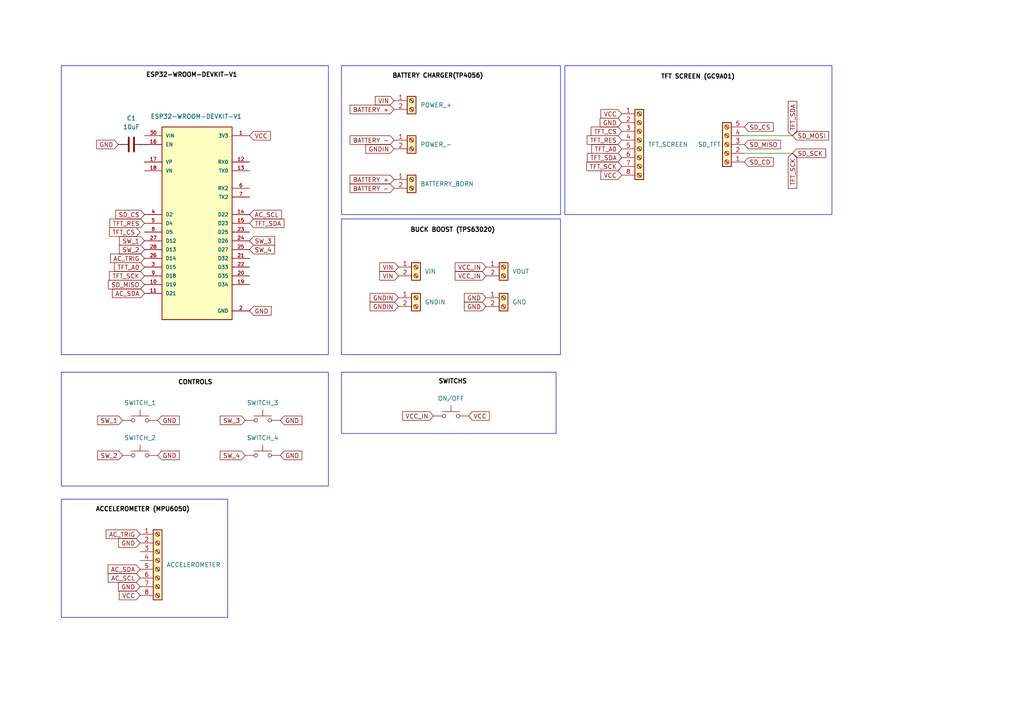
<source format=kicad_sch>
(kicad_sch (version 20250114) (generator "eeschema") (generator_version "9.0")
  (paper "A4")
  (lib_symbols
    (symbol "Connector:Screw_Terminal_01x02" (pin_names (offset 1.016) (hide yes))
      (property "Reference" "J" (at 0 2.54 0))
      (property "Value" "Screw_Terminal_01x02" (at 0 -5.08 0))
      (symbol "Screw_Terminal_01x02_1_1"
        (rectangle (start -1.27 1.27) (end 1.27 -3.81) (stroke (width 0.254)) (fill (type background)))
        (polyline (pts (xy -0.5334 0.3302) (xy 0.3302 -0.508)) (stroke (width 0.1524)))
        (polyline (pts (xy -0.5334 -2.2098) (xy 0.3302 -3.048)) (stroke (width 0.1524)))
        (polyline (pts (xy -0.3556 0.508) (xy 0.508 -0.3302)) (stroke (width 0.1524)))
        (polyline (pts (xy -0.3556 -2.032) (xy 0.508 -2.8702)) (stroke (width 0.1524)))
        (circle (center 0 0) (radius 0.635) (stroke (width 0.1524)))
        (circle (center 0 -2.54) (radius 0.635) (stroke (width 0.1524)))
        (pin passive line (at -5.08 0 0) (length 3.81) (name "Pin_1") (number "1"))
        (pin passive line (at -5.08 -2.54 0) (length 3.81) (name "Pin_2") (number "2"))
      )
    )
    (symbol "Connector:Screw_Terminal_01x05" (pin_names (offset 1.016) (hide yes))
      (property "Reference" "J" (at 0 7.62 0))
      (property "Value" "Screw_Terminal_01x05" (at 0 -7.62 0))
      (symbol "Screw_Terminal_01x05_1_1"
        (rectangle (start -1.27 6.35) (end 1.27 -6.35) (stroke (width 0.254)) (fill (type background)))
        (polyline (pts (xy -0.5334 5.4102) (xy 0.3302 4.572)) (stroke (width 0.1524)))
        (polyline (pts (xy -0.5334 2.8702) (xy 0.3302 2.032)) (stroke (width 0.1524)))
        (polyline (pts (xy -0.5334 0.3302) (xy 0.3302 -0.508)) (stroke (width 0.1524)))
        (polyline (pts (xy -0.5334 -2.2098) (xy 0.3302 -3.048)) (stroke (width 0.1524)))
        (polyline (pts (xy -0.5334 -4.7498) (xy 0.3302 -5.588)) (stroke (width 0.1524)))
        (polyline (pts (xy -0.3556 5.588) (xy 0.508 4.7498)) (stroke (width 0.1524)))
        (polyline (pts (xy -0.3556 3.048) (xy 0.508 2.2098)) (stroke (width 0.1524)))
        (polyline (pts (xy -0.3556 0.508) (xy 0.508 -0.3302)) (stroke (width 0.1524)))
        (polyline (pts (xy -0.3556 -2.032) (xy 0.508 -2.8702)) (stroke (width 0.1524)))
        (polyline (pts (xy -0.3556 -4.572) (xy 0.508 -5.4102)) (stroke (width 0.1524)))
        (circle (center 0 5.08) (radius 0.635) (stroke (width 0.1524)))
        (circle (center 0 2.54) (radius 0.635) (stroke (width 0.1524)))
        (circle (center 0 0) (radius 0.635) (stroke (width 0.1524)))
        (circle (center 0 -2.54) (radius 0.635) (stroke (width 0.1524)))
        (circle (center 0 -5.08) (radius 0.635) (stroke (width 0.1524)))
        (pin passive line (at -5.08 5.08 0) (length 3.81) (name "Pin_1") (number "1"))
        (pin passive line (at -5.08 2.54 0) (length 3.81) (name "Pin_2") (number "2"))
        (pin passive line (at -5.08 0 0) (length 3.81) (name "Pin_3") (number "3"))
        (pin passive line (at -5.08 -2.54 0) (length 3.81) (name "Pin_4") (number "4"))
        (pin passive line (at -5.08 -5.08 0) (length 3.81) (name "Pin_5") (number "5"))
      )
    )
    (symbol "Connector:Screw_Terminal_01x08" (pin_names (offset 1.016) (hide yes))
      (property "Reference" "J" (at 0 10.16 0))
      (property "Value" "Screw_Terminal_01x08" (at 0 -12.7 0))
      (symbol "Screw_Terminal_01x08_1_1"
        (rectangle (start -1.27 8.89) (end 1.27 -11.43) (stroke (width 0.254)) (fill (type background)))
        (polyline (pts (xy -0.5334 7.9502) (xy 0.3302 7.112)) (stroke (width 0.1524)))
        (polyline (pts (xy -0.5334 5.4102) (xy 0.3302 4.572)) (stroke (width 0.1524)))
        (polyline (pts (xy -0.5334 2.8702) (xy 0.3302 2.032)) (stroke (width 0.1524)))
        (polyline (pts (xy -0.5334 0.3302) (xy 0.3302 -0.508)) (stroke (width 0.1524)))
        (polyline (pts (xy -0.5334 -2.2098) (xy 0.3302 -3.048)) (stroke (width 0.1524)))
        (polyline (pts (xy -0.5334 -4.7498) (xy 0.3302 -5.588)) (stroke (width 0.1524)))
        (polyline (pts (xy -0.5334 -7.2898) (xy 0.3302 -8.128)) (stroke (width 0.1524)))
        (polyline (pts (xy -0.5334 -9.8298) (xy 0.3302 -10.668)) (stroke (width 0.1524)))
        (polyline (pts (xy -0.3556 8.128) (xy 0.508 7.2898)) (stroke (width 0.1524)))
        (polyline (pts (xy -0.3556 5.588) (xy 0.508 4.7498)) (stroke (width 0.1524)))
        (polyline (pts (xy -0.3556 3.048) (xy 0.508 2.2098)) (stroke (width 0.1524)))
        (polyline (pts (xy -0.3556 0.508) (xy 0.508 -0.3302)) (stroke (width 0.1524)))
        (polyline (pts (xy -0.3556 -2.032) (xy 0.508 -2.8702)) (stroke (width 0.1524)))
        (polyline (pts (xy -0.3556 -4.572) (xy 0.508 -5.4102)) (stroke (width 0.1524)))
        (polyline (pts (xy -0.3556 -7.112) (xy 0.508 -7.9502)) (stroke (width 0.1524)))
        (polyline (pts (xy -0.3556 -9.652) (xy 0.508 -10.4902)) (stroke (width 0.1524)))
        (circle (center 0 7.62) (radius 0.635) (stroke (width 0.1524)))
        (circle (center 0 5.08) (radius 0.635) (stroke (width 0.1524)))
        (circle (center 0 2.54) (radius 0.635) (stroke (width 0.1524)))
        (circle (center 0 0) (radius 0.635) (stroke (width 0.1524)))
        (circle (center 0 -2.54) (radius 0.635) (stroke (width 0.1524)))
        (circle (center 0 -5.08) (radius 0.635) (stroke (width 0.1524)))
        (circle (center 0 -7.62) (radius 0.635) (stroke (width 0.1524)))
        (circle (center 0 -10.16) (radius 0.635) (stroke (width 0.1524)))
        (pin passive line (at -5.08 7.62 0) (length 3.81) (name "Pin_1") (number "1"))
        (pin passive line (at -5.08 5.08 0) (length 3.81) (name "Pin_2") (number "2"))
        (pin passive line (at -5.08 2.54 0) (length 3.81) (name "Pin_3") (number "3"))
        (pin passive line (at -5.08 0 0) (length 3.81) (name "Pin_4") (number "4"))
        (pin passive line (at -5.08 -2.54 0) (length 3.81) (name "Pin_5") (number "5"))
        (pin passive line (at -5.08 -5.08 0) (length 3.81) (name "Pin_6") (number "6"))
        (pin passive line (at -5.08 -7.62 0) (length 3.81) (name "Pin_7") (number "7"))
        (pin passive line (at -5.08 -10.16 0) (length 3.81) (name "Pin_8") (number "8"))
      )
    )
    (symbol "Device:C" (pin_numbers (hide yes)) (pin_names (offset 0.254))
      (property "Reference" "C" (at 0.635 2.54 0))
      (property "Value" "C" (at 0.635 -2.54 0))
      (symbol "C_0_1"
        (polyline (pts (xy -2.032 0.762) (xy 2.032 0.762)) (stroke (width 0.508)))
        (polyline (pts (xy -2.032 -0.762) (xy 2.032 -0.762)) (stroke (width 0.508)))
      )
      (symbol "C_1_1"
        (pin passive line (at 0 3.81 270) (length 2.794) (name "~") (number "1"))
        (pin passive line (at 0 -3.81 90) (length 2.794) (name "~") (number "2"))
      )
    )
    (symbol "ESP32-DEVKIT-V1:ESP32-DEVKIT-V1" (pin_names (offset 1.016))
      (property "Reference" "U" (at -10.16 30.48 0))
      (property "Value" "ESP32-DEVKIT-V1" (at -10.16 -30.48 0))
      (symbol "ESP32-DEVKIT-V1_0_0"
        (rectangle (start -10.16 -27.94) (end 10.16 27.94) (stroke (width 0.254)) (fill (type background)))
        (pin input line (at -15.24 25.4 0) (length 5.08) (name "VIN") (number "30"))
        (pin input line (at -15.24 22.86 0) (length 5.08) (name "EN") (number "16"))
        (pin bidirectional line (at -15.24 17.78 0) (length 5.08) (name "VP") (number "17"))
        (pin bidirectional line (at -15.24 15.24 0) (length 5.08) (name "VN") (number "18"))
        (pin bidirectional line (at -15.24 2.54 0) (length 5.08) (name "D2") (number "4"))
        (pin bidirectional line (at -15.24 0 0) (length 5.08) (name "D4") (number "5"))
        (pin bidirectional line (at -15.24 -2.54 0) (length 5.08) (name "D5") (number "8"))
        (pin bidirectional line (at -15.24 -5.08 0) (length 5.08) (name "D12") (number "27"))
        (pin bidirectional line (at -15.24 -7.62 0) (length 5.08) (name "D13") (number "28"))
        (pin bidirectional line (at -15.24 -10.16 0) (length 5.08) (name "D14") (number "26"))
        (pin bidirectional line (at -15.24 -12.7 0) (length 5.08) (name "D15") (number "3"))
        (pin bidirectional line (at -15.24 -15.24 0) (length 5.08) (name "D18") (number "9"))
        (pin bidirectional line (at -15.24 -17.78 0) (length 5.08) (name "D19") (number "10"))
        (pin bidirectional line (at -15.24 -20.32 0) (length 5.08) (name "D21") (number "11"))
        (pin output line (at 15.24 25.4 180) (length 5.08) (name "3V3") (number "1"))
        (pin input line (at 15.24 17.78 180) (length 5.08) (name "RX0") (number "12"))
        (pin output line (at 15.24 15.24 180) (length 5.08) (name "TX0") (number "13"))
        (pin input line (at 15.24 10.16 180) (length 5.08) (name "RX2") (number "6"))
        (pin output line (at 15.24 7.62 180) (length 5.08) (name "TX2") (number "7"))
        (pin bidirectional line (at 15.24 2.54 180) (length 5.08) (name "D22") (number "14"))
        (pin bidirectional line (at 15.24 0 180) (length 5.08) (name "D23") (number "15"))
        (pin bidirectional line (at 15.24 -2.54 180) (length 5.08) (name "D25") (number "23"))
        (pin bidirectional line (at 15.24 -5.08 180) (length 5.08) (name "D26") (number "24"))
        (pin bidirectional line (at 15.24 -7.62 180) (length 5.08) (name "D27") (number "25"))
        (pin bidirectional line (at 15.24 -10.16 180) (length 5.08) (name "D32") (number "21"))
        (pin bidirectional line (at 15.24 -12.7 180) (length 5.08) (name "D33") (number "22"))
        (pin bidirectional line (at 15.24 -15.24 180) (length 5.08) (name "D35") (number "20"))
        (pin bidirectional line (at 15.24 -17.78 180) (length 5.08) (name "D34") (number "19"))
        (pin power_in line (at 15.24 -25.4 180) (length 5.08) (name "GND") (number "2"))
        (pin power_in line (at 15.24 -25.4 180) (length 5.08) (hide yes) (name "GND") (number "29"))
      )
    )
    (symbol "Switch:SW_Push" (pin_numbers (hide yes)) (pin_names (offset 1.016) (hide yes))
      (property "Reference" "SW" (at 1.27 2.54 0))
      (property "Value" "SW_Push" (at 0 -1.524 0))
      (symbol "SW_Push_0_1"
        (circle (center -2.032 0) (radius 0.508))
        (polyline (pts (xy 0 1.27) (xy 0 3.048)))
        (circle (center 2.032 0) (radius 0.508))
        (polyline (pts (xy 2.54 1.27) (xy -2.54 1.27)))
        (pin passive line (at -5.08 0 0) (length 2.54) (name "1") (number "1"))
        (pin passive line (at 5.08 0 180) (length 2.54) (name "2") (number "2"))
      )
    )
  )
  (rectangle (start 163.83 19.05) (end 241.3 62.23))
  (rectangle (start 17.78 19.05) (end 95.25 102.87))
  (rectangle (start 17.78 107.95) (end 95.25 140.97))
  (rectangle (start 17.78 144.78) (end 66.04 179.07))
  (rectangle (start 99.06 107.95) (end 161.29 125.73))
  (rectangle (start 99.06 19.05) (end 162.56 62.23))
  (rectangle (start 99.06 63.5) (end 162.56 102.87))
  (text "CONTROLS" (at 56.642 110.998 0) (effects (font (size 1.27 1.27) (thickness 0.254) (bold yes))))
  (text "ACCELEROMETER (MPU6050)\n" (at 41.402 147.828 0) (effects (font (size 1.27 1.27) (thickness 0.254) (bold yes))))
  (text "SWITCHS\n" (at 131.318 110.744 0) (effects (font (size 1.27 1.27) (thickness 0.254) (bold yes))))
  (text "TFT SCREEN (GC9A01)\n" (at 202.438 22.352 0) (effects (font (size 1.27 1.27) (thickness 0.254) (bold yes))))
  (text "BUCK BOOST (TPS63020)" (at 131.318 66.802 0) (effects (font (size 1.27 1.27) (thickness 0.254) (bold yes))))
  (text "ESP32-WROOM-DEVKIT-V1" (at 55.626 21.844 0) (effects (font (size 1.27 1.27) (thickness 0.254) (bold yes))))
  (text "BATTERY CHARGER(TP4056)" (at 127 22.098 0) (effects (font (size 1.27 1.27) (thickness 0.254) (bold yes))))
  (wire (pts (xy 229.87 44.45) (xy 215.9 44.45)))
  (wire (pts (xy 229.87 39.37) (xy 215.9 39.37)))
  (global_label "TFT_SCK" (shape input) (at 41.91 80.01 180) (property "Intersheetrefs" "${INTERSHEET_REFS}" (effects (hide yes))))
  (global_label "VIN" (shape input) (at 114.3 29.21 180) (property "Intersheetrefs" "${INTERSHEET_REFS}" (effects (hide yes))))
  (global_label "GNDIN" (shape input) (at 114.3 43.18 180) (property "Intersheetrefs" "${INTERSHEET_REFS}" (effects (hide yes))))
  (global_label "AC_SCL" (shape input) (at 40.64 167.64 180) (property "Intersheetrefs" "${INTERSHEET_REFS}" (effects (hide yes))))
  (global_label "SW_2" (shape input) (at 41.91 72.39 180) (property "Intersheetrefs" "${INTERSHEET_REFS}" (effects (hide yes))))
  (global_label "VCC" (shape input) (at 72.39 39.37 0) (property "Intersheetrefs" "${INTERSHEET_REFS}" (effects (hide yes))))
  (global_label "BATTERY -" (shape input) (at 114.3 54.61 180) (property "Intersheetrefs" "${INTERSHEET_REFS}" (effects (hide yes))))
  (global_label "VCC" (shape input) (at 40.64 172.72 180) (property "Intersheetrefs" "${INTERSHEET_REFS}" (effects (hide yes))))
  (global_label "TFT_SCK" (shape input) (at 229.87 44.45 270) (property "Intersheetrefs" "${INTERSHEET_REFS}" (effects (hide yes))))
  (global_label "SD_SCK" (shape input) (at 229.87 44.45 0) (property "Intersheetrefs" "${INTERSHEET_REFS}" (effects (hide yes))))
  (global_label "GND" (shape input) (at 81.28 132.08 0) (property "Intersheetrefs" "${INTERSHEET_REFS}" (effects (hide yes))))
  (global_label "TFT_SCK" (shape input) (at 180.34 48.26 180) (property "Intersheetrefs" "${INTERSHEET_REFS}" (effects (hide yes))))
  (global_label "TFT_SDA" (shape input) (at 229.87 39.37 90) (property "Intersheetrefs" "${INTERSHEET_REFS}" (effects (hide yes))))
  (global_label "GND" (shape input) (at 180.34 35.56 180) (property "Intersheetrefs" "${INTERSHEET_REFS}" (effects (hide yes))))
  (global_label "VCC_IN" (shape input) (at 140.97 80.01 180) (property "Intersheetrefs" "${INTERSHEET_REFS}" (effects (hide yes))))
  (global_label "SD_CD" (shape input) (at 215.9 46.99 0) (property "Intersheetrefs" "${INTERSHEET_REFS}" (effects (hide yes))))
  (global_label "TFT_RES" (shape input) (at 41.91 64.77 180) (property "Intersheetrefs" "${INTERSHEET_REFS}" (effects (hide yes))))
  (global_label "SW_4" (shape input) (at 72.39 72.39 0) (property "Intersheetrefs" "${INTERSHEET_REFS}" (effects (hide yes))))
  (global_label "TFT_CS" (shape input) (at 180.34 38.1 180) (property "Intersheetrefs" "${INTERSHEET_REFS}" (effects (hide yes))))
  (global_label "TFT_A0" (shape input) (at 41.91 77.47 180) (property "Intersheetrefs" "${INTERSHEET_REFS}" (effects (hide yes))))
  (global_label "SW_1" (shape input) (at 35.56 121.92 180) (property "Intersheetrefs" "${INTERSHEET_REFS}" (effects (hide yes))))
  (global_label "VCC_IN" (shape input) (at 125.73 120.65 180) (property "Intersheetrefs" "${INTERSHEET_REFS}" (effects (hide yes))))
  (global_label "VCC" (shape input) (at 135.89 120.65 0) (property "Intersheetrefs" "${INTERSHEET_REFS}" (effects (hide yes))))
  (global_label "SD_MISO" (shape input) (at 215.9 41.91 0) (property "Intersheetrefs" "${INTERSHEET_REFS}" (effects (hide yes))))
  (global_label "SW_1" (shape input) (at 41.91 69.85 180) (property "Intersheetrefs" "${INTERSHEET_REFS}" (effects (hide yes))))
  (global_label "TFT_CS" (shape input) (at 40.64 67.31 180) (property "Intersheetrefs" "${INTERSHEET_REFS}" (effects (hide yes))))
  (global_label "AC_TRIG" (shape input) (at 41.91 74.93 180) (property "Intersheetrefs" "${INTERSHEET_REFS}" (effects (hide yes))))
  (global_label "GND" (shape input) (at 140.97 86.36 180) (property "Intersheetrefs" "${INTERSHEET_REFS}" (effects (hide yes))))
  (global_label "BATTERY +" (shape input) (at 114.3 31.75 180) (property "Intersheetrefs" "${INTERSHEET_REFS}" (effects (hide yes))))
  (global_label "TFT_SDA" (shape input) (at 180.34 45.72 180) (property "Intersheetrefs" "${INTERSHEET_REFS}" (effects (hide yes))))
  (global_label "VCC" (shape input) (at 180.34 33.02 180) (property "Intersheetrefs" "${INTERSHEET_REFS}" (effects (hide yes))))
  (global_label "SW_3" (shape input) (at 71.12 121.92 180) (property "Intersheetrefs" "${INTERSHEET_REFS}" (effects (hide yes))))
  (global_label "GND" (shape input) (at 45.72 132.08 0) (property "Intersheetrefs" "${INTERSHEET_REFS}" (effects (hide yes))))
  (global_label "AC_TRIG" (shape input) (at 40.64 154.94 180) (property "Intersheetrefs" "${INTERSHEET_REFS}" (effects (hide yes))))
  (global_label "BATTERY +" (shape input) (at 114.3 52.07 180) (property "Intersheetrefs" "${INTERSHEET_REFS}" (effects (hide yes))))
  (global_label "TFT_SDA" (shape input) (at 72.39 64.77 0) (property "Intersheetrefs" "${INTERSHEET_REFS}" (effects (hide yes))))
  (global_label "VIN" (shape input) (at 115.57 80.01 180) (property "Intersheetrefs" "${INTERSHEET_REFS}" (effects (hide yes))))
  (global_label "SD_MOSI" (shape input) (at 229.87 39.37 0) (property "Intersheetrefs" "${INTERSHEET_REFS}" (effects (hide yes))))
  (global_label "GND" (shape input) (at 72.39 90.17 0) (property "Intersheetrefs" "${INTERSHEET_REFS}" (effects (hide yes))))
  (global_label "SD_CS" (shape input) (at 215.9 36.83 0) (property "Intersheetrefs" "${INTERSHEET_REFS}" (effects (hide yes))))
  (global_label "GND" (shape input) (at 34.29 41.91 180) (property "Intersheetrefs" "${INTERSHEET_REFS}" (effects (hide yes))))
  (global_label "GND" (shape input) (at 140.97 88.9 180) (property "Intersheetrefs" "${INTERSHEET_REFS}" (effects (hide yes))))
  (global_label "GND" (shape input) (at 40.64 157.48 180) (property "Intersheetrefs" "${INTERSHEET_REFS}" (effects (hide yes))))
  (global_label "GNDIN" (shape input) (at 115.57 86.36 180) (property "Intersheetrefs" "${INTERSHEET_REFS}" (effects (hide yes))))
  (global_label "VCC" (shape input) (at 180.34 50.8 180) (property "Intersheetrefs" "${INTERSHEET_REFS}" (effects (hide yes))))
  (global_label "SD_CS" (shape input) (at 41.91 62.23 180) (property "Intersheetrefs" "${INTERSHEET_REFS}" (effects (hide yes))))
  (global_label "TFT_A0" (shape input) (at 180.34 43.18 180) (property "Intersheetrefs" "${INTERSHEET_REFS}" (effects (hide yes))))
  (global_label "VCC_IN" (shape input) (at 140.97 77.47 180) (property "Intersheetrefs" "${INTERSHEET_REFS}" (effects (hide yes))))
  (global_label "GND" (shape input) (at 45.72 121.92 0) (property "Intersheetrefs" "${INTERSHEET_REFS}" (effects (hide yes))))
  (global_label "VIN" (shape input) (at 115.57 77.47 180) (property "Intersheetrefs" "${INTERSHEET_REFS}" (effects (hide yes))))
  (global_label "GND" (shape input) (at 81.28 121.92 0) (property "Intersheetrefs" "${INTERSHEET_REFS}" (effects (hide yes))))
  (global_label "SW_4" (shape input) (at 71.12 132.08 180) (property "Intersheetrefs" "${INTERSHEET_REFS}" (effects (hide yes))))
  (global_label "SW_2" (shape input) (at 35.56 132.08 180) (property "Intersheetrefs" "${INTERSHEET_REFS}" (effects (hide yes))))
  (global_label "TFT_RES" (shape input) (at 180.34 40.64 180) (property "Intersheetrefs" "${INTERSHEET_REFS}" (effects (hide yes))))
  (global_label "AC_SDA" (shape input) (at 41.91 85.09 180) (property "Intersheetrefs" "${INTERSHEET_REFS}" (effects (hide yes))))
  (global_label "GNDIN" (shape input) (at 115.57 88.9 180) (property "Intersheetrefs" "${INTERSHEET_REFS}" (effects (hide yes))))
  (global_label "SD_MISO" (shape input) (at 41.91 82.55 180) (property "Intersheetrefs" "${INTERSHEET_REFS}" (effects (hide yes))))
  (global_label "SW_3" (shape input) (at 72.39 69.85 0) (property "Intersheetrefs" "${INTERSHEET_REFS}" (effects (hide yes))))
  (global_label "AC_SDA" (shape input) (at 40.64 165.1 180) (property "Intersheetrefs" "${INTERSHEET_REFS}" (effects (hide yes))))
  (global_label "BATTERY -" (shape input) (at 114.3 40.64 180) (property "Intersheetrefs" "${INTERSHEET_REFS}" (effects (hide yes))))
  (global_label "GND" (shape input) (at 40.64 170.18 180) (property "Intersheetrefs" "${INTERSHEET_REFS}" (effects (hide yes))))
  (global_label "AC_SCL" (shape input) (at 72.39 62.23 0) (property "Intersheetrefs" "${INTERSHEET_REFS}" (effects (hide yes))))
  (symbol (lib_id "Connector:Screw_Terminal_01x02") (at 146.05 77.47 0) (unit 1)
    (property "Reference" "VOUT" (at 148.59 78.7399 0) (effects (justify left)))
    (property "Value" "Screw_Terminal_01x02" (effects (hide yes)))
    (property "Description" "Generic screw terminal, single row, 01x02, script generated (kicad-library-utils/schlib/autogen/connector/)" (effects (hide yes)))
  )
  (symbol (lib_id "Connector:Screw_Terminal_01x02") (at 120.65 77.47 0) (unit 1)
    (property "Reference" "VIN" (at 123.19 78.7399 0) (effects (justify left)))
    (property "Value" "Screw_Terminal_01x02" (effects (hide yes)))
    (property "Description" "Generic screw terminal, single row, 01x02, script generated (kicad-library-utils/schlib/autogen/connector/)" (effects (hide yes)))
  )
  (symbol (lib_id "Connector:Screw_Terminal_01x02") (at 146.05 86.36 0) (unit 1)
    (property "Reference" "GND" (at 148.59 87.6299 0) (effects (justify left)))
    (property "Value" "Screw_Terminal_01x02" (effects (hide yes)))
    (property "Description" "Generic screw terminal, single row, 01x02, script generated (kicad-library-utils/schlib/autogen/connector/)" (effects (hide yes)))
  )
  (symbol (lib_id "Switch:SW_Push") (at 40.64 132.08 0) (unit 1)
    (property "Reference" "SWITCH_2" (at 40.64 127 0))
    (property "Value" "BOTÃO_2" (effects (hide yes)))
    (property "Description" "Push button switch, generic, two pins" (effects (hide yes)))
  )
  (symbol (lib_id "ESP32-DEVKIT-V1:ESP32-DEVKIT-V1") (at 57.15 64.77 0) (unit 1)
    (property "Reference" "ESP32-WROOM-DEVKIT-V1" (at 56.896 33.782 0))
    (property "Value" "ESP32-DEVKIT-V1" (effects (hide yes)))
    (property "Footprint" "ESP32-DEVKIT-V1:MODULE_ESP32_DEVKIT_V1" (effects (hide yes)))
    (property "MF" "Do it" (effects (hide yes)))
    (property "MAXIMUM_PACKAGE_HEIGHT" "6.8 mm" (effects (hide yes)))
    (property "Package" "None" (effects (hide yes)))
    (property "Price" "None" (effects (hide yes)))
    (property "Check_prices" "https://www.snapeda.com/parts/ESP32-DEVKIT-V1/Do+it/view-part/?ref=eda" (effects (hide yes)))
    (property "STANDARD" "Manufacturer Recommendations" (effects (hide yes)))
    (property "PARTREV" "N/A" (effects (hide yes)))
    (property "SnapEDA_Link" "https://www.snapeda.com/parts/ESP32-DEVKIT-V1/Do+it/view-part/?ref=snap" (effects (hide yes)))
    (property "MP" "ESP32-DEVKIT-V1" (effects (hide yes)))
    (property "Description_1" "Dual core, Wi-Fi: 2.4 GHz up to 150 Mbits/s,BLE (Bluetooth Low Energy) and legacy Bluetooth, 32 bits, Up to 240 MHz" (effects (hide yes)))
    (property "Availability" "Not in stock" (effects (hide yes)))
    (property "MANUFACTURER" "DOIT" (effects (hide yes)))
  )
  (symbol (lib_id "Connector:Screw_Terminal_01x08") (at 45.72 162.56 0) (unit 1)
    (property "Reference" "ACCELEROMETER" (at 48.26 163.8299 0) (effects (justify left)))
    (property "Value" "ACELERÔMETRO" (effects (hide yes)))
    (property "Description" "Generic screw terminal, single row, 01x08, script generated (kicad-library-utils/schlib/autogen/connector/)" (effects (hide yes)))
  )
  (symbol (lib_id "Switch:SW_Push") (at 40.64 121.92 0) (unit 1)
    (property "Reference" "SWITCH_1" (at 40.64 116.84 0))
    (property "Value" "BOTÃO_1" (effects (hide yes)))
    (property "Description" "Push button switch, generic, two pins" (effects (hide yes)))
  )
  (symbol (lib_id "Connector:Screw_Terminal_01x05") (at 210.82 41.91 180) (unit 1)
    (property "Reference" "SD_TFT" (at 205.74 41.91 0))
    (property "Value" "Screw_Terminal_01x05" (effects (hide yes)))
    (property "Description" "Generic screw terminal, single row, 01x05, script generated (kicad-library-utils/schlib/autogen/connector/)" (effects (hide yes)))
  )
  (symbol (lib_id "Switch:SW_Push") (at 76.2 121.92 0) (unit 1)
    (property "Reference" "SWITCH_3" (at 76.2 116.84 0))
    (property "Value" "BOTÃO_3" (effects (hide yes)))
    (property "Description" "Push button switch, generic, two pins" (effects (hide yes)))
  )
  (symbol (lib_id "Switch:SW_Push") (at 76.2 132.08 0) (unit 1)
    (property "Reference" "SWITCH_4" (at 76.2 127 0))
    (property "Value" "BOTÃO_4" (effects (hide yes)))
    (property "Description" "Push button switch, generic, two pins" (effects (hide yes)))
  )
  (symbol (lib_id "Connector:Screw_Terminal_01x02") (at 120.65 86.36 0) (unit 1)
    (property "Reference" "GNDIN" (at 123.19 87.6299 0) (effects (justify left)))
    (property "Value" "Screw_Terminal_01x02" (effects (hide yes)))
    (property "Description" "Generic screw terminal, single row, 01x02, script generated (kicad-library-utils/schlib/autogen/connector/)" (effects (hide yes)))
  )
  (symbol (lib_id "Connector:Screw_Terminal_01x02") (at 119.38 40.64 0) (unit 1)
    (property "Reference" "POWER_-" (at 121.92 41.9099 0) (effects (justify left)))
    (property "Value" "Screw_Terminal_01x02" (effects (hide yes)))
    (property "Description" "Generic screw terminal, single row, 01x02, script generated (kicad-library-utils/schlib/autogen/connector/)" (effects (hide yes)))
  )
  (symbol (lib_id "Connector:Screw_Terminal_01x08") (at 185.42 40.64 0) (unit 1)
    (property "Reference" "TFT_SCREEN" (at 187.96 41.9099 0) (effects (justify left)))
    (property "Value" "ACELERÔMETRO" (effects (hide yes)))
    (property "Description" "Generic screw terminal, single row, 01x08, script generated (kicad-library-utils/schlib/autogen/connector/)" (effects (hide yes)))
  )
  (symbol (lib_id "Connector:Screw_Terminal_01x02") (at 119.38 29.21 0) (unit 1)
    (property "Reference" "POWER_+" (at 121.92 30.4799 0) (effects (justify left)))
    (property "Value" "Screw_Terminal_01x02" (effects (hide yes)))
    (property "Description" "Generic screw terminal, single row, 01x02, script generated (kicad-library-utils/schlib/autogen/connector/)" (effects (hide yes)))
  )
  (symbol (lib_id "Device:C") (at 38.1 41.91 90) (unit 1)
    (property "Reference" "C1" (at 38.1 34.29 90))
    (property "Value" "10uF" (at 38.1 36.83 90))
    (property "Description" "Unpolarized capacitor" (effects (hide yes)))
  )
  (symbol (lib_id "Switch:SW_Push") (at 130.81 120.65 0) (unit 1)
    (property "Reference" "ON/OFF" (at 130.81 115.57 0))
    (property "Value" "BOTÃO_3" (effects (hide yes)))
    (property "Description" "Push button switch, generic, two pins" (effects (hide yes)))
  )
  (symbol (lib_id "Connector:Screw_Terminal_01x02") (at 119.38 52.07 0) (unit 1)
    (property "Reference" "BATTERRY_BORN" (at 121.92 53.3399 0) (effects (justify left)))
    (property "Value" "Screw_Terminal_01x02" (effects (hide yes)))
    (property "Description" "Generic screw terminal, single row, 01x02, script generated (kicad-library-utils/schlib/autogen/connector/)" (effects (hide yes)))
  )
)
</source>
